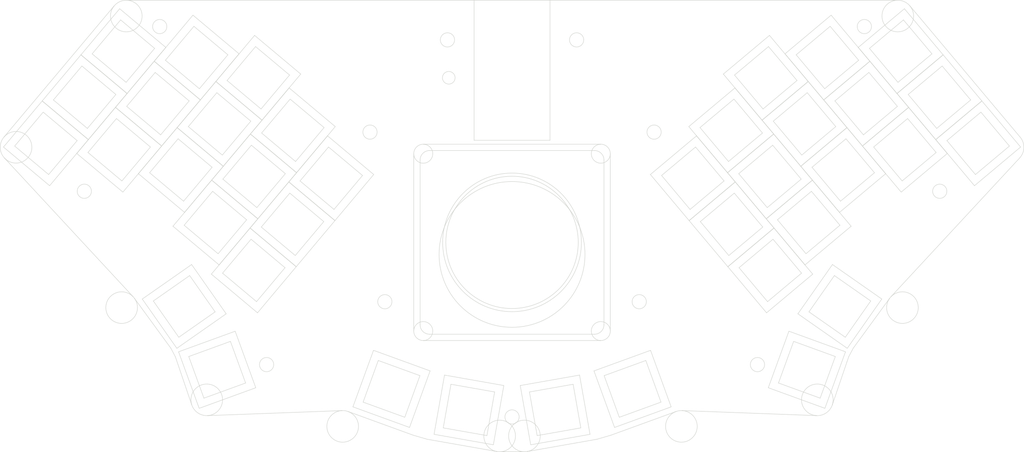
<source format=kicad_pcb>


(kicad_pcb (version 20171130) (host pcbnew 5.1.6)

  (page A3)
  (title_block
    (title "test")
    (rev "v1.0.0")
    (company "Unknown")
  )

  (general
    (thickness 1.6)
  )

  (layers
    (0 F.Cu signal)
    (31 B.Cu signal)
    (32 B.Adhes user)
    (33 F.Adhes user)
    (34 B.Paste user)
    (35 F.Paste user)
    (36 B.SilkS user)
    (37 F.SilkS user)
    (38 B.Mask user)
    (39 F.Mask user)
    (40 Dwgs.User user)
    (41 Cmts.User user)
    (42 Eco1.User user)
    (43 Eco2.User user)
    (44 Edge.Cuts user)
    (45 Margin user)
    (46 B.CrtYd user)
    (47 F.CrtYd user)
    (48 B.Fab user)
    (49 F.Fab user)
  )

  (setup
    (last_trace_width 0.25)
    (trace_clearance 0.2)
    (zone_clearance 0.508)
    (zone_45_only no)
    (trace_min 0.2)
    (via_size 0.8)
    (via_drill 0.4)
    (via_min_size 0.4)
    (via_min_drill 0.3)
    (uvia_size 0.3)
    (uvia_drill 0.1)
    (uvias_allowed no)
    (uvia_min_size 0.2)
    (uvia_min_drill 0.1)
    (edge_width 0.05)
    (segment_width 0.2)
    (pcb_text_width 0.3)
    (pcb_text_size 1.5 1.5)
    (mod_edge_width 0.12)
    (mod_text_size 1 1)
    (mod_text_width 0.15)
    (pad_size 1.524 1.524)
    (pad_drill 0.762)
    (pad_to_mask_clearance 0.05)
    (aux_axis_origin 0 0)
    (visible_elements FFFFFF7F)
    (pcbplotparams
      (layerselection 0x010fc_ffffffff)
      (usegerberextensions false)
      (usegerberattributes true)
      (usegerberadvancedattributes true)
      (creategerberjobfile true)
      (excludeedgelayer true)
      (linewidth 0.100000)
      (plotframeref false)
      (viasonmask false)
      (mode 1)
      (useauxorigin false)
      (hpglpennumber 1)
      (hpglpenspeed 20)
      (hpglpendiameter 15.000000)
      (psnegative false)
      (psa4output false)
      (plotreference true)
      (plotvalue true)
      (plotinvisibletext false)
      (padsonsilk false)
      (subtractmaskfromsilk false)
      (outputformat 1)
      (mirror false)
      (drillshape 1)
      (scaleselection 1)
      (outputdirectory ""))
  )

  (net 0 "")

  (net_class Default "This is the default net class."
    (clearance 0.2)
    (trace_width 0.25)
    (via_dia 0.8)
    (via_drill 0.4)
    (uvia_dia 0.3)
    (uvia_drill 0.1)
    (add_net "")
  )

  
  (gr_line (start 21.894935499999995 161.3402387) (end 36.480421699999994 173.5789147) (angle 90) (layer Edge.Cuts) (width 0.15))
(gr_line (start 36.480421699999994 173.5789147) (end 48.71909769999999 158.9934285) (angle 90) (layer Edge.Cuts) (width 0.15))
(gr_line (start 48.71909769999999 158.9934285) (end 34.1336115 146.7547525) (angle 90) (layer Edge.Cuts) (width 0.15))
(gr_line (start 34.1336115 146.7547525) (end 21.894935499999995 161.3402387) (angle 90) (layer Edge.Cuts) (width 0.15))
(gr_line (start 34.1400395 146.747092) (end 48.7255257 158.98576800000004) (angle 90) (layer Edge.Cuts) (width 0.15))
(gr_line (start 48.7255257 158.98576800000004) (end 60.9642017 144.40028180000002) (angle 90) (layer Edge.Cuts) (width 0.15))
(gr_line (start 60.9642017 144.40028180000002) (end 46.3787155 132.16160580000002) (angle 90) (layer Edge.Cuts) (width 0.15))
(gr_line (start 46.3787155 132.16160580000002) (end 34.1400395 146.747092) (angle 90) (layer Edge.Cuts) (width 0.15))
(gr_line (start 46.3851435 132.1539454) (end 60.970629699999996 144.39262140000002) (angle 90) (layer Edge.Cuts) (width 0.15))
(gr_line (start 60.970629699999996 144.39262140000002) (end 73.20930569999999 129.8071352) (angle 90) (layer Edge.Cuts) (width 0.15))
(gr_line (start 73.20930569999999 129.8071352) (end 58.623819499999996 117.5684592) (angle 90) (layer Edge.Cuts) (width 0.15))
(gr_line (start 58.623819499999996 117.5684592) (end 46.3851435 132.1539454) (angle 90) (layer Edge.Cuts) (width 0.15))
(gr_line (start 45.05965500000001 163.37014) (end 59.645141200000005 175.60881600000002) (angle 90) (layer Edge.Cuts) (width 0.15))
(gr_line (start 59.645141200000005 175.60881600000002) (end 71.88381720000001 161.0233298) (angle 90) (layer Edge.Cuts) (width 0.15))
(gr_line (start 71.88381720000001 161.0233298) (end 57.298331000000005 148.7846538) (angle 90) (layer Edge.Cuts) (width 0.15))
(gr_line (start 57.298331000000005 148.7846538) (end 45.05965500000001 163.37014) (angle 90) (layer Edge.Cuts) (width 0.15))
(gr_line (start 57.30475890000001 148.77699330000002) (end 71.89024510000002 161.0156693) (angle 90) (layer Edge.Cuts) (width 0.15))
(gr_line (start 71.89024510000002 161.0156693) (end 84.12892110000001 146.4301831) (angle 90) (layer Edge.Cuts) (width 0.15))
(gr_line (start 84.12892110000001 146.4301831) (end 69.54343490000001 134.1915071) (angle 90) (layer Edge.Cuts) (width 0.15))
(gr_line (start 69.54343490000001 134.1915071) (end 57.30475890000001 148.77699330000002) (angle 90) (layer Edge.Cuts) (width 0.15))
(gr_line (start 69.54986290000001 134.1838467) (end 84.13534910000001 146.42252270000003) (angle 90) (layer Edge.Cuts) (width 0.15))
(gr_line (start 84.13534910000001 146.42252270000003) (end 96.37402510000001 131.8370365) (angle 90) (layer Edge.Cuts) (width 0.15))
(gr_line (start 96.37402510000001 131.8370365) (end 81.7885389 119.59836050000001) (angle 90) (layer Edge.Cuts) (width 0.15))
(gr_line (start 81.7885389 119.59836050000001) (end 69.54986290000001 134.1838467) (angle 90) (layer Edge.Cuts) (width 0.15))
(gr_line (start 64.5508432 169.7779853) (end 79.1363294 182.0166613) (angle 90) (layer Edge.Cuts) (width 0.15))
(gr_line (start 79.1363294 182.0166613) (end 91.37500539999999 167.4311751) (angle 90) (layer Edge.Cuts) (width 0.15))
(gr_line (start 91.37500539999999 167.4311751) (end 76.7895192 155.1924991) (angle 90) (layer Edge.Cuts) (width 0.15))
(gr_line (start 76.7895192 155.1924991) (end 64.5508432 169.7779853) (angle 90) (layer Edge.Cuts) (width 0.15))
(gr_line (start 76.7959471 155.1848387) (end 91.3814333 167.42351470000003) (angle 90) (layer Edge.Cuts) (width 0.15))
(gr_line (start 91.3814333 167.42351470000003) (end 103.6201093 152.8380285) (angle 90) (layer Edge.Cuts) (width 0.15))
(gr_line (start 103.6201093 152.8380285) (end 89.0346231 140.5993525) (angle 90) (layer Edge.Cuts) (width 0.15))
(gr_line (start 89.0346231 140.5993525) (end 76.7959471 155.1848387) (angle 90) (layer Edge.Cuts) (width 0.15))
(gr_line (start 89.0410511 140.59169200000002) (end 103.6265373 152.83036800000002) (angle 90) (layer Edge.Cuts) (width 0.15))
(gr_line (start 103.6265373 152.83036800000002) (end 115.8652133 138.2448818) (angle 90) (layer Edge.Cuts) (width 0.15))
(gr_line (start 115.8652133 138.2448818) (end 101.2797271 126.0062058) (angle 90) (layer Edge.Cuts) (width 0.15))
(gr_line (start 101.2797271 126.0062058) (end 89.0410511 140.59169200000002) (angle 90) (layer Edge.Cuts) (width 0.15))
(gr_line (start 75.4704586 186.4010333) (end 90.05594479999999 198.63970930000002) (angle 90) (layer Edge.Cuts) (width 0.15))
(gr_line (start 90.05594479999999 198.63970930000002) (end 102.29462079999999 184.0542231) (angle 90) (layer Edge.Cuts) (width 0.15))
(gr_line (start 102.29462079999999 184.0542231) (end 87.7091346 171.8155471) (angle 90) (layer Edge.Cuts) (width 0.15))
(gr_line (start 87.7091346 171.8155471) (end 75.4704586 186.4010333) (angle 90) (layer Edge.Cuts) (width 0.15))
(gr_line (start 87.7155626 171.80788660000002) (end 102.30104879999999 184.04656260000002) (angle 90) (layer Edge.Cuts) (width 0.15))
(gr_line (start 102.30104879999999 184.04656260000002) (end 114.53972479999999 169.4610764) (angle 90) (layer Edge.Cuts) (width 0.15))
(gr_line (start 114.53972479999999 169.4610764) (end 99.9542386 157.2224004) (angle 90) (layer Edge.Cuts) (width 0.15))
(gr_line (start 99.9542386 157.2224004) (end 87.7155626 171.80788660000002) (angle 90) (layer Edge.Cuts) (width 0.15))
(gr_line (start 99.96066660000001 157.21474) (end 114.54615280000002 169.45341600000003) (angle 90) (layer Edge.Cuts) (width 0.15))
(gr_line (start 114.54615280000002 169.45341600000003) (end 126.78482880000001 154.8679298) (angle 90) (layer Edge.Cuts) (width 0.15))
(gr_line (start 126.78482880000001 154.8679298) (end 112.19934260000001 142.62925380000001) (angle 90) (layer Edge.Cuts) (width 0.15))
(gr_line (start 112.19934260000001 142.62925380000001) (end 99.96066660000001 157.21474) (angle 90) (layer Edge.Cuts) (width 0.15))
(gr_line (start 87.6145845 201.56476650000002) (end 102.2000707 213.80344250000002) (angle 90) (layer Edge.Cuts) (width 0.15))
(gr_line (start 102.2000707 213.80344250000002) (end 114.4387467 199.2179563) (angle 90) (layer Edge.Cuts) (width 0.15))
(gr_line (start 114.4387467 199.2179563) (end 99.8532605 186.9792803) (angle 90) (layer Edge.Cuts) (width 0.15))
(gr_line (start 99.8532605 186.9792803) (end 87.6145845 201.56476650000002) (angle 90) (layer Edge.Cuts) (width 0.15))
(gr_line (start 99.85968840000001 186.9716199) (end 114.4451746 199.21029590000003) (angle 90) (layer Edge.Cuts) (width 0.15))
(gr_line (start 114.4451746 199.21029590000003) (end 126.6838506 184.62480970000001) (angle 90) (layer Edge.Cuts) (width 0.15))
(gr_line (start 126.6838506 184.62480970000001) (end 112.09836440000001 172.38613370000002) (angle 90) (layer Edge.Cuts) (width 0.15))
(gr_line (start 112.09836440000001 172.38613370000002) (end 99.85968840000001 186.9716199) (angle 90) (layer Edge.Cuts) (width 0.15))
(gr_line (start 112.10479240000001 172.3784733) (end 126.6902786 184.61714930000002) (angle 90) (layer Edge.Cuts) (width 0.15))
(gr_line (start 126.6902786 184.61714930000002) (end 138.9289546 170.0316631) (angle 90) (layer Edge.Cuts) (width 0.15))
(gr_line (start 138.9289546 170.0316631) (end 124.3434684 157.7929871) (angle 90) (layer Edge.Cuts) (width 0.15))
(gr_line (start 124.3434684 157.7929871) (end 112.10479240000001 172.3784733) (angle 90) (layer Edge.Cuts) (width 0.15))
(gr_line (start 65.7771924 209.4427056) (end 76.6980877 225.03936050000002) (angle 90) (layer Edge.Cuts) (width 0.15))
(gr_line (start 76.6980877 225.03936050000002) (end 92.2947426 214.1184652) (angle 90) (layer Edge.Cuts) (width 0.15))
(gr_line (start 92.2947426 214.1184652) (end 81.3738473 198.52181030000003) (angle 90) (layer Edge.Cuts) (width 0.15))
(gr_line (start 81.3738473 198.52181030000003) (end 65.7771924 209.4427056) (angle 90) (layer Edge.Cuts) (width 0.15))
(gr_line (start 77.24938850000001 226.1384006) (end 83.761452 244.03014810000002) (angle 90) (layer Edge.Cuts) (width 0.15))
(gr_line (start 83.761452 244.03014810000002) (end 101.6531995 237.5180846) (angle 90) (layer Edge.Cuts) (width 0.15))
(gr_line (start 101.6531995 237.5180846) (end 95.141136 219.62633710000003) (angle 90) (layer Edge.Cuts) (width 0.15))
(gr_line (start 95.141136 219.62633710000003) (end 77.24938850000001 226.1384006) (angle 90) (layer Edge.Cuts) (width 0.15))
(gr_line (start 132.364968 243.5699102) (end 150.2567155 250.08197370000002) (angle 90) (layer Edge.Cuts) (width 0.15))
(gr_line (start 150.2567155 250.08197370000002) (end 156.768779 232.1902262) (angle 90) (layer Edge.Cuts) (width 0.15))
(gr_line (start 156.768779 232.1902262) (end 138.87703150000002 225.67816270000003) (angle 90) (layer Edge.Cuts) (width 0.15))
(gr_line (start 138.87703150000002 225.67816270000003) (end 132.364968 243.5699102) (angle 90) (layer Edge.Cuts) (width 0.15))
(gr_line (start 158.01441599999998 252.2616964) (end 176.76515569999998 255.5679577) (angle 90) (layer Edge.Cuts) (width 0.15))
(gr_line (start 176.76515569999998 255.5679577) (end 180.07141699999997 236.817218) (angle 90) (layer Edge.Cuts) (width 0.15))
(gr_line (start 180.07141699999997 236.817218) (end 161.32067729999997 233.5109567) (angle 90) (layer Edge.Cuts) (width 0.15))
(gr_line (start 161.32067729999997 233.5109567) (end 158.01441599999998 252.2616964) (angle 90) (layer Edge.Cuts) (width 0.15))
(gr_line (start 328.85332530000005 173.5789147) (end 343.43881150000004 161.3402387) (angle 90) (layer Edge.Cuts) (width 0.15))
(gr_line (start 343.43881150000004 161.3402387) (end 331.20013550000004 146.7547525) (angle 90) (layer Edge.Cuts) (width 0.15))
(gr_line (start 331.20013550000004 146.7547525) (end 316.61464930000005 158.9934285) (angle 90) (layer Edge.Cuts) (width 0.15))
(gr_line (start 316.61464930000005 158.9934285) (end 328.85332530000005 173.5789147) (angle 90) (layer Edge.Cuts) (width 0.15))
(gr_line (start 316.6082213 158.98576800000004) (end 331.1937075 146.747092) (angle 90) (layer Edge.Cuts) (width 0.15))
(gr_line (start 331.1937075 146.747092) (end 318.9550315 132.16160580000002) (angle 90) (layer Edge.Cuts) (width 0.15))
(gr_line (start 318.9550315 132.16160580000002) (end 304.3695453 144.40028180000002) (angle 90) (layer Edge.Cuts) (width 0.15))
(gr_line (start 304.3695453 144.40028180000002) (end 316.6082213 158.98576800000004) (angle 90) (layer Edge.Cuts) (width 0.15))
(gr_line (start 304.36311730000006 144.39262140000002) (end 318.94860350000005 132.1539454) (angle 90) (layer Edge.Cuts) (width 0.15))
(gr_line (start 318.94860350000005 132.1539454) (end 306.70992750000005 117.5684592) (angle 90) (layer Edge.Cuts) (width 0.15))
(gr_line (start 306.70992750000005 117.5684592) (end 292.12444130000006 129.8071352) (angle 90) (layer Edge.Cuts) (width 0.15))
(gr_line (start 292.12444130000006 129.8071352) (end 304.36311730000006 144.39262140000002) (angle 90) (layer Edge.Cuts) (width 0.15))
(gr_line (start 305.68860580000006 175.60881600000002) (end 320.27409200000005 163.37014) (angle 90) (layer Edge.Cuts) (width 0.15))
(gr_line (start 320.27409200000005 163.37014) (end 308.03541600000005 148.7846538) (angle 90) (layer Edge.Cuts) (width 0.15))
(gr_line (start 308.03541600000005 148.7846538) (end 293.44992980000006 161.0233298) (angle 90) (layer Edge.Cuts) (width 0.15))
(gr_line (start 293.44992980000006 161.0233298) (end 305.68860580000006 175.60881600000002) (angle 90) (layer Edge.Cuts) (width 0.15))
(gr_line (start 293.44350190000006 161.0156693) (end 308.02898810000005 148.77699330000002) (angle 90) (layer Edge.Cuts) (width 0.15))
(gr_line (start 308.02898810000005 148.77699330000002) (end 295.79031210000005 134.1915071) (angle 90) (layer Edge.Cuts) (width 0.15))
(gr_line (start 295.79031210000005 134.1915071) (end 281.20482590000006 146.4301831) (angle 90) (layer Edge.Cuts) (width 0.15))
(gr_line (start 281.20482590000006 146.4301831) (end 293.44350190000006 161.0156693) (angle 90) (layer Edge.Cuts) (width 0.15))
(gr_line (start 281.19839790000003 146.42252270000003) (end 295.7838841 134.1838467) (angle 90) (layer Edge.Cuts) (width 0.15))
(gr_line (start 295.7838841 134.1838467) (end 283.5452081 119.59836050000001) (angle 90) (layer Edge.Cuts) (width 0.15))
(gr_line (start 283.5452081 119.59836050000001) (end 268.95972190000003 131.8370365) (angle 90) (layer Edge.Cuts) (width 0.15))
(gr_line (start 268.95972190000003 131.8370365) (end 281.19839790000003 146.42252270000003) (angle 90) (layer Edge.Cuts) (width 0.15))
(gr_line (start 286.19741760000005 182.0166613) (end 300.78290380000004 169.7779853) (angle 90) (layer Edge.Cuts) (width 0.15))
(gr_line (start 300.78290380000004 169.7779853) (end 288.54422780000004 155.1924991) (angle 90) (layer Edge.Cuts) (width 0.15))
(gr_line (start 288.54422780000004 155.1924991) (end 273.95874160000005 167.4311751) (angle 90) (layer Edge.Cuts) (width 0.15))
(gr_line (start 273.95874160000005 167.4311751) (end 286.19741760000005 182.0166613) (angle 90) (layer Edge.Cuts) (width 0.15))
(gr_line (start 273.95231370000005 167.42351470000003) (end 288.53779990000004 155.1848387) (angle 90) (layer Edge.Cuts) (width 0.15))
(gr_line (start 288.53779990000004 155.1848387) (end 276.29912390000004 140.5993525) (angle 90) (layer Edge.Cuts) (width 0.15))
(gr_line (start 276.29912390000004 140.5993525) (end 261.71363770000005 152.8380285) (angle 90) (layer Edge.Cuts) (width 0.15))
(gr_line (start 261.71363770000005 152.8380285) (end 273.95231370000005 167.42351470000003) (angle 90) (layer Edge.Cuts) (width 0.15))
(gr_line (start 261.70720969999996 152.83036800000002) (end 276.29269589999996 140.59169200000002) (angle 90) (layer Edge.Cuts) (width 0.15))
(gr_line (start 276.29269589999996 140.59169200000002) (end 264.05401989999996 126.0062058) (angle 90) (layer Edge.Cuts) (width 0.15))
(gr_line (start 264.05401989999996 126.0062058) (end 249.46853369999997 138.2448818) (angle 90) (layer Edge.Cuts) (width 0.15))
(gr_line (start 249.46853369999997 138.2448818) (end 261.70720969999996 152.83036800000002) (angle 90) (layer Edge.Cuts) (width 0.15))
(gr_line (start 275.27780220000005 198.63970930000002) (end 289.86328840000004 186.4010333) (angle 90) (layer Edge.Cuts) (width 0.15))
(gr_line (start 289.86328840000004 186.4010333) (end 277.62461240000005 171.8155471) (angle 90) (layer Edge.Cuts) (width 0.15))
(gr_line (start 277.62461240000005 171.8155471) (end 263.03912620000006 184.0542231) (angle 90) (layer Edge.Cuts) (width 0.15))
(gr_line (start 263.03912620000006 184.0542231) (end 275.27780220000005 198.63970930000002) (angle 90) (layer Edge.Cuts) (width 0.15))
(gr_line (start 263.03269819999997 184.04656260000002) (end 277.61818439999996 171.80788660000002) (angle 90) (layer Edge.Cuts) (width 0.15))
(gr_line (start 277.61818439999996 171.80788660000002) (end 265.37950839999996 157.2224004) (angle 90) (layer Edge.Cuts) (width 0.15))
(gr_line (start 265.37950839999996 157.2224004) (end 250.79402219999997 169.4610764) (angle 90) (layer Edge.Cuts) (width 0.15))
(gr_line (start 250.79402219999997 169.4610764) (end 263.03269819999997 184.04656260000002) (angle 90) (layer Edge.Cuts) (width 0.15))
(gr_line (start 250.7875942 169.45341600000003) (end 265.3730804 157.21474) (angle 90) (layer Edge.Cuts) (width 0.15))
(gr_line (start 265.3730804 157.21474) (end 253.13440440000002 142.62925380000001) (angle 90) (layer Edge.Cuts) (width 0.15))
(gr_line (start 253.13440440000002 142.62925380000001) (end 238.5489182 154.8679298) (angle 90) (layer Edge.Cuts) (width 0.15))
(gr_line (start 238.5489182 154.8679298) (end 250.7875942 169.45341600000003) (angle 90) (layer Edge.Cuts) (width 0.15))
(gr_line (start 263.1336763 213.80344250000002) (end 277.7191625 201.56476650000002) (angle 90) (layer Edge.Cuts) (width 0.15))
(gr_line (start 277.7191625 201.56476650000002) (end 265.4804865 186.9792803) (angle 90) (layer Edge.Cuts) (width 0.15))
(gr_line (start 265.4804865 186.9792803) (end 250.8950003 199.2179563) (angle 90) (layer Edge.Cuts) (width 0.15))
(gr_line (start 250.8950003 199.2179563) (end 263.1336763 213.80344250000002) (angle 90) (layer Edge.Cuts) (width 0.15))
(gr_line (start 250.8885724 199.21029590000003) (end 265.4740586 186.9716199) (angle 90) (layer Edge.Cuts) (width 0.15))
(gr_line (start 265.4740586 186.9716199) (end 253.2353826 172.38613370000002) (angle 90) (layer Edge.Cuts) (width 0.15))
(gr_line (start 253.2353826 172.38613370000002) (end 238.6498964 184.62480970000001) (angle 90) (layer Edge.Cuts) (width 0.15))
(gr_line (start 238.6498964 184.62480970000001) (end 250.8885724 199.21029590000003) (angle 90) (layer Edge.Cuts) (width 0.15))
(gr_line (start 238.64346840000002 184.61714930000002) (end 253.2289546 172.3784733) (angle 90) (layer Edge.Cuts) (width 0.15))
(gr_line (start 253.2289546 172.3784733) (end 240.9902786 157.7929871) (angle 90) (layer Edge.Cuts) (width 0.15))
(gr_line (start 240.9902786 157.7929871) (end 226.4047924 170.0316631) (angle 90) (layer Edge.Cuts) (width 0.15))
(gr_line (start 226.4047924 170.0316631) (end 238.64346840000002 184.61714930000002) (angle 90) (layer Edge.Cuts) (width 0.15))
(gr_line (start 288.63565930000004 225.03936050000002) (end 299.5565546000001 209.4427056) (angle 90) (layer Edge.Cuts) (width 0.15))
(gr_line (start 299.5565546000001 209.4427056) (end 283.95989970000005 198.52181030000003) (angle 90) (layer Edge.Cuts) (width 0.15))
(gr_line (start 283.95989970000005 198.52181030000003) (end 273.03900440000007 214.1184652) (angle 90) (layer Edge.Cuts) (width 0.15))
(gr_line (start 273.03900440000007 214.1184652) (end 288.63565930000004 225.03936050000002) (angle 90) (layer Edge.Cuts) (width 0.15))
(gr_line (start 281.572295 244.03014810000002) (end 288.0843585 226.1384006) (angle 90) (layer Edge.Cuts) (width 0.15))
(gr_line (start 288.0843585 226.1384006) (end 270.192611 219.62633710000003) (angle 90) (layer Edge.Cuts) (width 0.15))
(gr_line (start 270.192611 219.62633710000003) (end 263.6805475 237.5180846) (angle 90) (layer Edge.Cuts) (width 0.15))
(gr_line (start 263.6805475 237.5180846) (end 281.572295 244.03014810000002) (angle 90) (layer Edge.Cuts) (width 0.15))
(gr_line (start 215.0770315 250.08197370000002) (end 232.96877899999998 243.5699102) (angle 90) (layer Edge.Cuts) (width 0.15))
(gr_line (start 232.96877899999998 243.5699102) (end 226.4567155 225.67816270000003) (angle 90) (layer Edge.Cuts) (width 0.15))
(gr_line (start 226.4567155 225.67816270000003) (end 208.564968 232.1902262) (angle 90) (layer Edge.Cuts) (width 0.15))
(gr_line (start 208.564968 232.1902262) (end 215.0770315 250.08197370000002) (angle 90) (layer Edge.Cuts) (width 0.15))
(gr_line (start 188.5685913 255.5679577) (end 207.319331 252.2616964) (angle 90) (layer Edge.Cuts) (width 0.15))
(gr_line (start 207.319331 252.2616964) (end 204.01306970000002 233.5109567) (angle 90) (layer Edge.Cuts) (width 0.15))
(gr_line (start 204.01306970000002 233.5109567) (end 185.26233000000002 236.817218) (angle 90) (layer Edge.Cuts) (width 0.15))
(gr_line (start 185.26233000000002 236.817218) (end 188.5685913 255.5679577) (angle 90) (layer Edge.Cuts) (width 0.15))
(gr_line (start 156.6018735 220.5782148) (end 208.7318735 220.5782148) (angle 90) (layer Edge.Cuts) (width 0.15))
(gr_arc (start 208.7318735 217.5782148) (end 208.7318735 220.5782148) (angle -90) (layer Edge.Cuts) (width 0.15))
(gr_line (start 211.7318735 217.5782148) (end 211.7318735 165.44821480000002) (angle 90) (layer Edge.Cuts) (width 0.15))
(gr_arc (start 208.7318735 165.44821480000002) (end 211.7318735 165.44821480000002) (angle -90) (layer Edge.Cuts) (width 0.15))
(gr_line (start 208.7318735 162.44821480000002) (end 156.6018735 162.44821480000002) (angle 90) (layer Edge.Cuts) (width 0.15))
(gr_arc (start 156.6018735 165.44821480000002) (end 156.6018735 162.44821480000002) (angle -90) (layer Edge.Cuts) (width 0.15))
(gr_line (start 153.6018735 165.44821480000002) (end 153.6018735 217.5782148) (angle 90) (layer Edge.Cuts) (width 0.15))
(gr_arc (start 156.6018735 217.5782148) (end 153.6018735 217.5782148) (angle -90) (layer Edge.Cuts) (width 0.15))
(gr_arc (start 182.6668735 191.51321480000001) (end 204.065789 186.71620360000003) (angle -360) (layer Edge.Cuts) (width 0.15))
(gr_line (start 154.6018735 222.5782148) (end 210.7318735 222.5782148) (angle 90) (layer Edge.Cuts) (width 0.15))
(gr_arc (start 210.7318735 219.5782148) (end 210.7318735 222.5782148) (angle -360) (layer Edge.Cuts) (width 0.15))
(gr_line (start 213.7318735 219.5782148) (end 213.7318735 163.44821480000002) (angle 90) (layer Edge.Cuts) (width 0.15))
(gr_arc (start 210.7318735 163.44821480000002) (end 213.7318735 163.44821480000002) (angle -360) (layer Edge.Cuts) (width 0.15))
(gr_line (start 154.6018735 160.44821480000002) (end 210.7318735 160.44821480000002) (angle 90) (layer Edge.Cuts) (width 0.15))
(gr_arc (start 154.6018735 163.44821480000002) (end 154.6018735 160.44821480000002) (angle -360) (layer Edge.Cuts) (width 0.15))
(gr_line (start 151.6018735 219.5782148) (end 151.6018735 163.44821480000002) (angle 90) (layer Edge.Cuts) (width 0.15))
(gr_arc (start 154.6018735 219.5782148) (end 151.6018735 219.5782148) (angle -360) (layer Edge.Cuts) (width 0.15))
(gr_arc (start 182.6668735 195.32321480000002) (end 164.5160217 181.09153170000002) (angle -360) (layer Edge.Cuts) (width 0.15))
(gr_line (start 22.038247001171552 158.19801405449329) (end 56.88971514902702 116.6636517602016) (angle 90) (layer Edge.Cuts) (width 0.15))
(gr_line (start 60.71993731563222 114.8775899) (end 304.6138096843678 114.8775899) (angle 90) (layer Edge.Cuts) (width 0.15))
(gr_line (start 308.44403185097303 116.66365176020165) (end 343.29549999882846 158.1980140544933) (angle 90) (layer Edge.Cuts) (width 0.15))
(gr_line (start 302.4160065958036 208.75849572867037) (end 343.1330787823687 164.81007464810267) (angle 90) (layer Edge.Cuts) (width 0.15))
(gr_line (start 290.5324299 224.99684620000002) (end 302.04384915884043 209.21064876480273) (angle 90) (layer Edge.Cuts) (width 0.15))
(gr_line (start 289.10470870000006 227.6994719) (end 290.5324299 224.99684620000002) (angle 90) (layer Edge.Cuts) (width 0.15))
(gr_line (start 283.9133573092205 242.95361424520195) (end 289.10470870000006 227.6994719) (angle 90) (layer Edge.Cuts) (width 0.15))
(gr_line (start 236.3943772249006 244.74797960823074) (end 278.9933192267824 246.339241022441) (angle 90) (layer Edge.Cuts) (width 0.15))
(gr_line (start 213.9354771 252.53004510000002) (end 234.49763467654736 245.04603176338898) (angle 90) (layer Edge.Cuts) (width 0.15))
(gr_line (start 209.53198180000004 253.81101109999997) (end 213.9354771 252.53004510000002) (angle 90) (layer Edge.Cuts) (width 0.15))
(gr_line (start 187.45007402833866 257.7046472889297) (end 209.53198180000004 253.81101109999997) (angle 90) (layer Edge.Cuts) (width 0.15))
(gr_line (start 178.75191393444396 257.78060849999997) (end 186.58183306555603 257.78060849999997) (angle 90) (layer Edge.Cuts) (width 0.15))
(gr_line (start 155.80176519999998 253.81101109999997) (end 177.8836729716613 257.7046472889297) (angle 90) (layer Edge.Cuts) (width 0.15))
(gr_line (start 151.3982699 252.53004510000002) (end 155.80176519999998 253.81101109999997) (angle 90) (layer Edge.Cuts) (width 0.15))
(gr_line (start 130.83611232345265 245.04603176338895) (end 151.3982699 252.53004510000002) (angle 90) (layer Edge.Cuts) (width 0.15))
(gr_line (start 86.34042777321783 246.339241022441) (end 128.9393697750995 244.74797960823076) (angle 90) (layer Edge.Cuts) (width 0.15))
(gr_line (start 76.2290383 227.6994719) (end 81.42038969077943 242.95361424520166) (angle 90) (layer Edge.Cuts) (width 0.15))
(gr_line (start 74.8013171 224.99684620000002) (end 76.2290383 227.6994719) (angle 90) (layer Edge.Cuts) (width 0.15))
(gr_line (start 63.28989784115954 209.21064876480267) (end 74.8013171 224.99684620000002) (angle 90) (layer Edge.Cuts) (width 0.15))
(gr_line (start 22.20066821763128 164.81007464810267) (end 62.91774040419644 208.7584957286703) (angle 90) (layer Edge.Cuts) (width 0.15))
(gr_arc (start 60.71993731563222 119.8775899) (end 60.71993731563222 114.8775899) (angle -360) (layer Edge.Cuts) (width 0.15))
(gr_arc (start 304.6138096843678 119.8775899) (end 308.4440318843678 116.6636518) (angle -360) (layer Edge.Cuts) (width 0.15))
(gr_arc (start 339.46527783222325 161.41195219429162) (end 343.1330787322232 164.81007469429161) (angle -82.81430753253677) (layer Edge.Cuts) (width 0.15))
(gr_arc (start 306.083807545949 212.1566181824814) (end 302.41600664594904 208.7584956824814) (angle -360) (layer Edge.Cuts) (width 0.15))
(gr_arc (start 279.17996121960044 241.34272571470194) (end 278.99331921960044 246.33924101470194) (angle -360.00000000000006) (layer Edge.Cuts) (width 0.15))
(gr_arc (start 236.20773523208237 249.7444949159699) (end 236.39437723208238 244.7479796159699) (angle -360) (layer Edge.Cuts) (width 0.15))
(gr_arc (start 186.58183306555603 252.78060849999997) (end 186.58183306555603 257.78060849999997) (angle -360) (layer Edge.Cuts) (width 0.15))
(gr_arc (start 178.75191393444396 252.78060849999997) (end 177.88367293444395 257.7046473) (angle -359.99999999999994) (layer Edge.Cuts) (width 0.15))
(gr_arc (start 129.1260117679177 249.74449491596994) (end 130.8361123679177 245.04603171596995) (angle -360) (layer Edge.Cuts) (width 0.15))
(gr_arc (start 86.15378578039959 241.34272571470183) (end 81.42038968039958 242.95361421470182) (angle -360.00000000000006) (layer Edge.Cuts) (width 0.15))
(gr_arc (start 59.24993945405095 212.15661818248134) (end 63.28989785405095 209.21064878248134) (angle -360) (layer Edge.Cuts) (width 0.15))
(gr_arc (start 25.868469167776773 161.41195219429164) (end 22.03824696777677 158.19801409429164) (angle -360) (layer Edge.Cuts) (width 0.15))
(gr_line (start 25.431103899999997 161.03086399999998) (end 36.171047 170.04274629999998) (angle 90) (layer Edge.Cuts) (width 0.15))
(gr_line (start 36.171047 170.04274629999998) (end 45.1829293 159.30280319999997) (angle 90) (layer Edge.Cuts) (width 0.15))
(gr_line (start 45.1829293 159.30280319999997) (end 34.4429862 150.29092089999997) (angle 90) (layer Edge.Cuts) (width 0.15))
(gr_line (start 34.4429862 150.29092089999997) (end 25.431103899999997 161.03086399999998) (angle 90) (layer Edge.Cuts) (width 0.15))
(gr_line (start 37.6762079 146.4377173) (end 48.416151000000006 155.4495996) (angle 90) (layer Edge.Cuts) (width 0.15))
(gr_line (start 48.416151000000006 155.4495996) (end 57.4280333 144.7096565) (angle 90) (layer Edge.Cuts) (width 0.15))
(gr_line (start 57.4280333 144.7096565) (end 46.688090200000005 135.6977742) (angle 90) (layer Edge.Cuts) (width 0.15))
(gr_line (start 46.688090200000005 135.6977742) (end 37.6762079 146.4377173) (angle 90) (layer Edge.Cuts) (width 0.15))
(gr_line (start 49.9213119 131.8445707) (end 60.661255000000004 140.856453) (angle 90) (layer Edge.Cuts) (width 0.15))
(gr_line (start 60.661255000000004 140.856453) (end 69.67313730000001 130.11650989999998) (angle 90) (layer Edge.Cuts) (width 0.15))
(gr_line (start 69.67313730000001 130.11650989999998) (end 58.9331942 121.10462759999999) (angle 90) (layer Edge.Cuts) (width 0.15))
(gr_line (start 58.9331942 121.10462759999999) (end 49.9213119 131.8445707) (angle 90) (layer Edge.Cuts) (width 0.15))
(gr_line (start 48.5958234 163.06076529999999) (end 59.335766500000005 172.07264759999998) (angle 90) (layer Edge.Cuts) (width 0.15))
(gr_line (start 59.335766500000005 172.07264759999998) (end 68.3476488 161.33270449999998) (angle 90) (layer Edge.Cuts) (width 0.15))
(gr_line (start 68.3476488 161.33270449999998) (end 57.607705700000004 152.32082219999998) (angle 90) (layer Edge.Cuts) (width 0.15))
(gr_line (start 57.607705700000004 152.32082219999998) (end 48.5958234 163.06076529999999) (angle 90) (layer Edge.Cuts) (width 0.15))
(gr_line (start 60.840927300000004 148.46761859999998) (end 71.58087040000001 157.47950089999998) (angle 90) (layer Edge.Cuts) (width 0.15))
(gr_line (start 71.58087040000001 157.47950089999998) (end 80.5927527 146.73955779999997) (angle 90) (layer Edge.Cuts) (width 0.15))
(gr_line (start 80.5927527 146.73955779999997) (end 69.8528096 137.72767549999998) (angle 90) (layer Edge.Cuts) (width 0.15))
(gr_line (start 69.8528096 137.72767549999998) (end 60.840927300000004 148.46761859999998) (angle 90) (layer Edge.Cuts) (width 0.15))
(gr_line (start 73.0860313 133.874472) (end 83.82597439999999 142.8863543) (angle 90) (layer Edge.Cuts) (width 0.15))
(gr_line (start 83.82597439999999 142.8863543) (end 92.8378567 132.1464112) (angle 90) (layer Edge.Cuts) (width 0.15))
(gr_line (start 92.8378567 132.1464112) (end 82.0979136 123.13452889999999) (angle 90) (layer Edge.Cuts) (width 0.15))
(gr_line (start 82.0979136 123.13452889999999) (end 73.0860313 133.874472) (angle 90) (layer Edge.Cuts) (width 0.15))
(gr_line (start 68.0870116 169.46861059999998) (end 78.82695469999999 178.48049289999997) (angle 90) (layer Edge.Cuts) (width 0.15))
(gr_line (start 78.82695469999999 178.48049289999997) (end 87.83883699999998 167.74054979999997) (angle 90) (layer Edge.Cuts) (width 0.15))
(gr_line (start 87.83883699999998 167.74054979999997) (end 77.0988939 158.72866749999997) (angle 90) (layer Edge.Cuts) (width 0.15))
(gr_line (start 77.0988939 158.72866749999997) (end 68.0870116 169.46861059999998) (angle 90) (layer Edge.Cuts) (width 0.15))
(gr_line (start 80.3321155 154.875464) (end 91.07205859999999 163.8873463) (angle 90) (layer Edge.Cuts) (width 0.15))
(gr_line (start 91.07205859999999 163.8873463) (end 100.08394089999999 153.14740319999999) (angle 90) (layer Edge.Cuts) (width 0.15))
(gr_line (start 100.08394089999999 153.14740319999999) (end 89.3439978 144.1355209) (angle 90) (layer Edge.Cuts) (width 0.15))
(gr_line (start 89.3439978 144.1355209) (end 80.3321155 154.875464) (angle 90) (layer Edge.Cuts) (width 0.15))
(gr_line (start 92.5772195 140.2823173) (end 103.31716259999999 149.29419959999998) (angle 90) (layer Edge.Cuts) (width 0.15))
(gr_line (start 103.31716259999999 149.29419959999998) (end 112.32904489999999 138.55425649999998) (angle 90) (layer Edge.Cuts) (width 0.15))
(gr_line (start 112.32904489999999 138.55425649999998) (end 101.5891018 129.54237419999998) (angle 90) (layer Edge.Cuts) (width 0.15))
(gr_line (start 101.5891018 129.54237419999998) (end 92.5772195 140.2823173) (angle 90) (layer Edge.Cuts) (width 0.15))
(gr_line (start 79.006627 186.0916586) (end 89.74657009999999 195.10354089999998) (angle 90) (layer Edge.Cuts) (width 0.15))
(gr_line (start 89.74657009999999 195.10354089999998) (end 98.75845239999998 184.36359779999998) (angle 90) (layer Edge.Cuts) (width 0.15))
(gr_line (start 98.75845239999998 184.36359779999998) (end 88.01850929999999 175.35171549999998) (angle 90) (layer Edge.Cuts) (width 0.15))
(gr_line (start 88.01850929999999 175.35171549999998) (end 79.006627 186.0916586) (angle 90) (layer Edge.Cuts) (width 0.15))
(gr_line (start 91.25173099999999 171.49851189999998) (end 101.99167409999998 180.51039419999998) (angle 90) (layer Edge.Cuts) (width 0.15))
(gr_line (start 101.99167409999998 180.51039419999998) (end 111.00355639999998 169.77045109999997) (angle 90) (layer Edge.Cuts) (width 0.15))
(gr_line (start 111.00355639999998 169.77045109999997) (end 100.26361329999999 160.75856879999998) (angle 90) (layer Edge.Cuts) (width 0.15))
(gr_line (start 100.26361329999999 160.75856879999998) (end 91.25173099999999 171.49851189999998) (angle 90) (layer Edge.Cuts) (width 0.15))
(gr_line (start 103.496835 156.9053653) (end 114.2367781 165.9172476) (angle 90) (layer Edge.Cuts) (width 0.15))
(gr_line (start 114.2367781 165.9172476) (end 123.2486604 155.1773045) (angle 90) (layer Edge.Cuts) (width 0.15))
(gr_line (start 123.2486604 155.1773045) (end 112.5087173 146.1654222) (angle 90) (layer Edge.Cuts) (width 0.15))
(gr_line (start 112.5087173 146.1654222) (end 103.496835 156.9053653) (angle 90) (layer Edge.Cuts) (width 0.15))
(gr_line (start 91.1507529 201.25539179999998) (end 101.89069599999999 210.26727409999998) (angle 90) (layer Edge.Cuts) (width 0.15))
(gr_line (start 101.89069599999999 210.26727409999998) (end 110.90257829999999 199.52733099999998) (angle 90) (layer Edge.Cuts) (width 0.15))
(gr_line (start 110.90257829999999 199.52733099999998) (end 100.1626352 190.51544869999998) (angle 90) (layer Edge.Cuts) (width 0.15))
(gr_line (start 100.1626352 190.51544869999998) (end 91.1507529 201.25539179999998) (angle 90) (layer Edge.Cuts) (width 0.15))
(gr_line (start 103.3958568 186.6622452) (end 114.1357999 195.6741275) (angle 90) (layer Edge.Cuts) (width 0.15))
(gr_line (start 114.1357999 195.6741275) (end 123.14768219999999 184.9341844) (angle 90) (layer Edge.Cuts) (width 0.15))
(gr_line (start 123.14768219999999 184.9341844) (end 112.4077391 175.9223021) (angle 90) (layer Edge.Cuts) (width 0.15))
(gr_line (start 112.4077391 175.9223021) (end 103.3958568 186.6622452) (angle 90) (layer Edge.Cuts) (width 0.15))
(gr_line (start 115.6409608 172.0690986) (end 126.38090389999999 181.0809809) (angle 90) (layer Edge.Cuts) (width 0.15))
(gr_line (start 126.38090389999999 181.0809809) (end 135.3927862 170.34103779999998) (angle 90) (layer Edge.Cuts) (width 0.15))
(gr_line (start 135.3927862 170.34103779999998) (end 124.6528431 161.32915549999998) (angle 90) (layer Edge.Cuts) (width 0.15))
(gr_line (start 124.6528431 161.32915549999998) (end 115.6409608 172.0690986) (angle 90) (layer Edge.Cuts) (width 0.15))
(gr_line (start 69.2729409 210.0591004) (end 77.3144825 221.543612) (angle 90) (layer Edge.Cuts) (width 0.15))
(gr_line (start 77.3144825 221.543612) (end 88.79899409999999 213.5020704) (angle 90) (layer Edge.Cuts) (width 0.15))
(gr_line (start 88.79899409999999 213.5020704) (end 80.7574525 202.0175588) (angle 90) (layer Edge.Cuts) (width 0.15))
(gr_line (start 80.7574525 202.0175588) (end 69.2729409 210.0591004) (angle 90) (layer Edge.Cuts) (width 0.15))
(gr_line (start 80.4664875 227.6385585) (end 85.2616099 240.8130491) (angle 90) (layer Edge.Cuts) (width 0.15))
(gr_line (start 85.2616099 240.8130491) (end 98.4361005 236.0179267) (angle 90) (layer Edge.Cuts) (width 0.15))
(gr_line (start 98.4361005 236.0179267) (end 93.6409781 222.8434361) (angle 90) (layer Edge.Cuts) (width 0.15))
(gr_line (start 93.6409781 222.8434361) (end 80.4664875 227.6385585) (angle 90) (layer Edge.Cuts) (width 0.15))
(gr_line (start 135.58206700000002 242.0697523) (end 148.7565576 246.8648747) (angle 90) (layer Edge.Cuts) (width 0.15))
(gr_line (start 148.7565576 246.8648747) (end 153.55168000000003 233.69038410000002) (angle 90) (layer Edge.Cuts) (width 0.15))
(gr_line (start 153.55168000000003 233.69038410000002) (end 140.37718940000002 228.8952617) (angle 90) (layer Edge.Cuts) (width 0.15))
(gr_line (start 140.37718940000002 228.8952617) (end 135.58206700000002 242.0697523) (angle 90) (layer Edge.Cuts) (width 0.15))
(gr_line (start 160.9221404 250.22568579999998) (end 174.7291451 252.6602333) (angle 90) (layer Edge.Cuts) (width 0.15))
(gr_line (start 174.7291451 252.6602333) (end 177.1636926 238.85322859999997) (angle 90) (layer Edge.Cuts) (width 0.15))
(gr_line (start 177.1636926 238.85322859999997) (end 163.3566879 236.4186811) (angle 90) (layer Edge.Cuts) (width 0.15))
(gr_line (start 163.3566879 236.4186811) (end 160.9221404 250.22568579999998) (angle 90) (layer Edge.Cuts) (width 0.15))
(gr_line (start 329.16270000000003 170.04274629999998) (end 339.90264310000003 161.03086399999998) (angle 90) (layer Edge.Cuts) (width 0.15))
(gr_line (start 339.90264310000003 161.03086399999998) (end 330.8907608 150.29092089999997) (angle 90) (layer Edge.Cuts) (width 0.15))
(gr_line (start 330.8907608 150.29092089999997) (end 320.1508177 159.30280319999997) (angle 90) (layer Edge.Cuts) (width 0.15))
(gr_line (start 320.1508177 159.30280319999997) (end 329.16270000000003 170.04274629999998) (angle 90) (layer Edge.Cuts) (width 0.15))
(gr_line (start 316.917596 155.4495996) (end 327.6575391 146.4377173) (angle 90) (layer Edge.Cuts) (width 0.15))
(gr_line (start 327.6575391 146.4377173) (end 318.6456568 135.6977742) (angle 90) (layer Edge.Cuts) (width 0.15))
(gr_line (start 318.6456568 135.6977742) (end 307.9057137 144.7096565) (angle 90) (layer Edge.Cuts) (width 0.15))
(gr_line (start 307.9057137 144.7096565) (end 316.917596 155.4495996) (angle 90) (layer Edge.Cuts) (width 0.15))
(gr_line (start 304.67249200000003 140.856453) (end 315.41243510000004 131.8445707) (angle 90) (layer Edge.Cuts) (width 0.15))
(gr_line (start 315.41243510000004 131.8445707) (end 306.4005528 121.10462759999999) (angle 90) (layer Edge.Cuts) (width 0.15))
(gr_line (start 306.4005528 121.10462759999999) (end 295.6606097 130.11650989999998) (angle 90) (layer Edge.Cuts) (width 0.15))
(gr_line (start 295.6606097 130.11650989999998) (end 304.67249200000003 140.856453) (angle 90) (layer Edge.Cuts) (width 0.15))
(gr_line (start 305.99798050000004 172.07264759999998) (end 316.73792360000004 163.06076529999999) (angle 90) (layer Edge.Cuts) (width 0.15))
(gr_line (start 316.73792360000004 163.06076529999999) (end 307.7260413 152.32082219999998) (angle 90) (layer Edge.Cuts) (width 0.15))
(gr_line (start 307.7260413 152.32082219999998) (end 296.9860982 161.33270449999998) (angle 90) (layer Edge.Cuts) (width 0.15))
(gr_line (start 296.9860982 161.33270449999998) (end 305.99798050000004 172.07264759999998) (angle 90) (layer Edge.Cuts) (width 0.15))
(gr_line (start 293.75287660000004 157.47950089999998) (end 304.49281970000004 148.46761859999998) (angle 90) (layer Edge.Cuts) (width 0.15))
(gr_line (start 304.49281970000004 148.46761859999998) (end 295.4809374 137.72767549999998) (angle 90) (layer Edge.Cuts) (width 0.15))
(gr_line (start 295.4809374 137.72767549999998) (end 284.7409943 146.73955779999997) (angle 90) (layer Edge.Cuts) (width 0.15))
(gr_line (start 284.7409943 146.73955779999997) (end 293.75287660000004 157.47950089999998) (angle 90) (layer Edge.Cuts) (width 0.15))
(gr_line (start 281.5077726 142.8863543) (end 292.2477157 133.874472) (angle 90) (layer Edge.Cuts) (width 0.15))
(gr_line (start 292.2477157 133.874472) (end 283.2358334 123.13452889999999) (angle 90) (layer Edge.Cuts) (width 0.15))
(gr_line (start 283.2358334 123.13452889999999) (end 272.4958903 132.1464112) (angle 90) (layer Edge.Cuts) (width 0.15))
(gr_line (start 272.4958903 132.1464112) (end 281.5077726 142.8863543) (angle 90) (layer Edge.Cuts) (width 0.15))
(gr_line (start 286.50679230000003 178.48049289999997) (end 297.24673540000003 169.46861059999998) (angle 90) (layer Edge.Cuts) (width 0.15))
(gr_line (start 297.24673540000003 169.46861059999998) (end 288.2348531 158.72866749999997) (angle 90) (layer Edge.Cuts) (width 0.15))
(gr_line (start 288.2348531 158.72866749999997) (end 277.49491 167.74054979999997) (angle 90) (layer Edge.Cuts) (width 0.15))
(gr_line (start 277.49491 167.74054979999997) (end 286.50679230000003 178.48049289999997) (angle 90) (layer Edge.Cuts) (width 0.15))
(gr_line (start 274.2616884 163.8873463) (end 285.00163150000003 154.875464) (angle 90) (layer Edge.Cuts) (width 0.15))
(gr_line (start 285.00163150000003 154.875464) (end 275.9897492 144.1355209) (angle 90) (layer Edge.Cuts) (width 0.15))
(gr_line (start 275.9897492 144.1355209) (end 265.2498061 153.14740319999999) (angle 90) (layer Edge.Cuts) (width 0.15))
(gr_line (start 265.2498061 153.14740319999999) (end 274.2616884 163.8873463) (angle 90) (layer Edge.Cuts) (width 0.15))
(gr_line (start 262.0165844 149.29419959999998) (end 272.7565275 140.2823173) (angle 90) (layer Edge.Cuts) (width 0.15))
(gr_line (start 272.7565275 140.2823173) (end 263.7446452 129.54237419999998) (angle 90) (layer Edge.Cuts) (width 0.15))
(gr_line (start 263.7446452 129.54237419999998) (end 253.0047021 138.55425649999998) (angle 90) (layer Edge.Cuts) (width 0.15))
(gr_line (start 253.0047021 138.55425649999998) (end 262.0165844 149.29419959999998) (angle 90) (layer Edge.Cuts) (width 0.15))
(gr_line (start 275.58717690000003 195.10354089999998) (end 286.32712000000004 186.0916586) (angle 90) (layer Edge.Cuts) (width 0.15))
(gr_line (start 286.32712000000004 186.0916586) (end 277.3152377 175.35171549999998) (angle 90) (layer Edge.Cuts) (width 0.15))
(gr_line (start 277.3152377 175.35171549999998) (end 266.5752946 184.36359779999998) (angle 90) (layer Edge.Cuts) (width 0.15))
(gr_line (start 266.5752946 184.36359779999998) (end 275.58717690000003 195.10354089999998) (angle 90) (layer Edge.Cuts) (width 0.15))
(gr_line (start 263.3420729 180.51039419999998) (end 274.082016 171.49851189999998) (angle 90) (layer Edge.Cuts) (width 0.15))
(gr_line (start 274.082016 171.49851189999998) (end 265.0701337 160.75856879999998) (angle 90) (layer Edge.Cuts) (width 0.15))
(gr_line (start 265.0701337 160.75856879999998) (end 254.3301906 169.77045109999997) (angle 90) (layer Edge.Cuts) (width 0.15))
(gr_line (start 254.3301906 169.77045109999997) (end 263.3420729 180.51039419999998) (angle 90) (layer Edge.Cuts) (width 0.15))
(gr_line (start 251.09696890000004 165.9172476) (end 261.83691200000004 156.9053653) (angle 90) (layer Edge.Cuts) (width 0.15))
(gr_line (start 261.83691200000004 156.9053653) (end 252.82502970000004 146.1654222) (angle 90) (layer Edge.Cuts) (width 0.15))
(gr_line (start 252.82502970000004 146.1654222) (end 242.08508660000004 155.1773045) (angle 90) (layer Edge.Cuts) (width 0.15))
(gr_line (start 242.08508660000004 155.1773045) (end 251.09696890000004 165.9172476) (angle 90) (layer Edge.Cuts) (width 0.15))
(gr_line (start 263.443051 210.26727409999998) (end 274.18299410000003 201.25539179999998) (angle 90) (layer Edge.Cuts) (width 0.15))
(gr_line (start 274.18299410000003 201.25539179999998) (end 265.1711118 190.51544869999998) (angle 90) (layer Edge.Cuts) (width 0.15))
(gr_line (start 265.1711118 190.51544869999998) (end 254.43116870000003 199.52733099999998) (angle 90) (layer Edge.Cuts) (width 0.15))
(gr_line (start 254.43116870000003 199.52733099999998) (end 263.443051 210.26727409999998) (angle 90) (layer Edge.Cuts) (width 0.15))
(gr_line (start 251.19794710000002 195.6741275) (end 261.9378902 186.6622452) (angle 90) (layer Edge.Cuts) (width 0.15))
(gr_line (start 261.9378902 186.6622452) (end 252.92600790000003 175.9223021) (angle 90) (layer Edge.Cuts) (width 0.15))
(gr_line (start 252.92600790000003 175.9223021) (end 242.18606480000003 184.9341844) (angle 90) (layer Edge.Cuts) (width 0.15))
(gr_line (start 242.18606480000003 184.9341844) (end 251.19794710000002 195.6741275) (angle 90) (layer Edge.Cuts) (width 0.15))
(gr_line (start 238.95284310000002 181.0809809) (end 249.69278620000003 172.0690986) (angle 90) (layer Edge.Cuts) (width 0.15))
(gr_line (start 249.69278620000003 172.0690986) (end 240.68090390000003 161.32915549999998) (angle 90) (layer Edge.Cuts) (width 0.15))
(gr_line (start 240.68090390000003 161.32915549999998) (end 229.94096080000003 170.34103779999998) (angle 90) (layer Edge.Cuts) (width 0.15))
(gr_line (start 229.94096080000003 170.34103779999998) (end 238.95284310000002 181.0809809) (angle 90) (layer Edge.Cuts) (width 0.15))
(gr_line (start 288.0192645000001 221.543612) (end 296.06080610000004 210.0591004) (angle 90) (layer Edge.Cuts) (width 0.15))
(gr_line (start 296.06080610000004 210.0591004) (end 284.5762945000001 202.0175588) (angle 90) (layer Edge.Cuts) (width 0.15))
(gr_line (start 284.5762945000001 202.0175588) (end 276.53475290000006 213.5020704) (angle 90) (layer Edge.Cuts) (width 0.15))
(gr_line (start 276.53475290000006 213.5020704) (end 288.0192645000001 221.543612) (angle 90) (layer Edge.Cuts) (width 0.15))
(gr_line (start 280.0721371 240.8130491) (end 284.8672595 227.6385585) (angle 90) (layer Edge.Cuts) (width 0.15))
(gr_line (start 284.8672595 227.6385585) (end 271.69276890000003 222.8434361) (angle 90) (layer Edge.Cuts) (width 0.15))
(gr_line (start 271.69276890000003 222.8434361) (end 266.8976465 236.0179267) (angle 90) (layer Edge.Cuts) (width 0.15))
(gr_line (start 266.8976465 236.0179267) (end 280.0721371 240.8130491) (angle 90) (layer Edge.Cuts) (width 0.15))
(gr_line (start 216.5771894 246.8648747) (end 229.75168000000002 242.0697523) (angle 90) (layer Edge.Cuts) (width 0.15))
(gr_line (start 229.75168000000002 242.0697523) (end 224.9565576 228.8952617) (angle 90) (layer Edge.Cuts) (width 0.15))
(gr_line (start 224.9565576 228.8952617) (end 211.782067 233.69038410000002) (angle 90) (layer Edge.Cuts) (width 0.15))
(gr_line (start 211.782067 233.69038410000002) (end 216.5771894 246.8648747) (angle 90) (layer Edge.Cuts) (width 0.15))
(gr_line (start 190.60460190000003 252.6602333) (end 204.41160660000003 250.22568579999998) (angle 90) (layer Edge.Cuts) (width 0.15))
(gr_line (start 204.41160660000003 250.22568579999998) (end 201.97705910000005 236.4186811) (angle 90) (layer Edge.Cuts) (width 0.15))
(gr_line (start 201.97705910000005 236.4186811) (end 188.17005440000003 238.85322859999997) (angle 90) (layer Edge.Cuts) (width 0.15))
(gr_line (start 188.17005440000003 238.85322859999997) (end 190.60460190000003 252.6602333) (angle 90) (layer Edge.Cuts) (width 0.15))
(gr_arc (start 182.6668735 191.51321480000001) (end 164.5160217 181.09153170000002) (angle -360) (layer Edge.Cuts) (width 0.15))
(gr_line (start 170.6668735 114.8775899) (end 170.6668735 159.2050682) (angle 90) (layer Edge.Cuts) (width 0.15))
(gr_line (start 170.6668735 159.2050682) (end 194.6668735 159.2050682) (angle 90) (layer Edge.Cuts) (width 0.15))
(gr_line (start 194.6668735 159.2050682) (end 194.6668735 114.8775899) (angle 90) (layer Edge.Cuts) (width 0.15))
(gr_circle (center 162.6668735 139.4182869) (end 164.6668735 139.4182869) (layer Edge.Cuts) (width 0.15))
(gr_circle (center 71.2874267 123.2143584) (end 73.5374267 123.2143584) (layer Edge.Cuts) (width 0.15))
(gr_circle (center 47.451142399999995 175.33056689999998) (end 49.701142399999995 175.33056689999998) (layer Edge.Cuts) (width 0.15))
(gr_circle (center 137.7619775 156.6119216) (end 140.0119775 156.6119216) (layer Edge.Cuts) (width 0.15))
(gr_circle (center 162.2521854 127.4256283) (end 164.5021854 127.4256283) (layer Edge.Cuts) (width 0.15))
(gr_circle (center 142.4580628 210.2884227) (end 144.7080628 210.2884227) (layer Edge.Cuts) (width 0.15))
(gr_circle (center 105.07530630000001 230.1960845) (end 107.32530630000001 230.1960845) (layer Edge.Cuts) (width 0.15))
(gr_circle (center 294.04632030000005 123.2143584) (end 296.29632030000005 123.2143584) (layer Edge.Cuts) (width 0.15))
(gr_circle (center 317.88260460000004 175.33056689999998) (end 320.13260460000004 175.33056689999998) (layer Edge.Cuts) (width 0.15))
(gr_circle (center 227.57176950000002 156.6119216) (end 229.82176950000002 156.6119216) (layer Edge.Cuts) (width 0.15))
(gr_circle (center 203.08156160000001 127.4256283) (end 205.33156160000001 127.4256283) (layer Edge.Cuts) (width 0.15))
(gr_circle (center 222.87568420000002 210.2884227) (end 225.12568420000002 210.2884227) (layer Edge.Cuts) (width 0.15))
(gr_circle (center 260.2584407 230.1960845) (end 262.5084407 230.1960845) (layer Edge.Cuts) (width 0.15))
(gr_circle (center 182.6668735 246.75821480000002) (end 184.9168735 246.75821480000002) (layer Edge.Cuts) (width 0.15))

)


</source>
